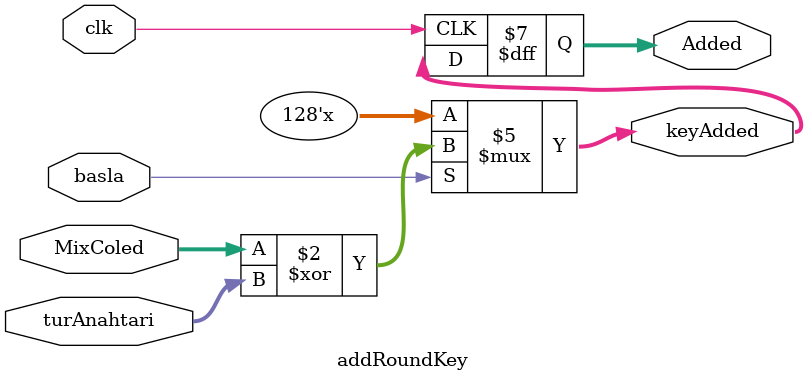
<source format=v>
`timescale 1ns / 1ps


module addRoundKey(
    input [127:0] MixColed, turAnahtari,
    input clk, basla,
    output reg [127:0] Added,
    output reg [127:0] keyAdded

    );
    
    always@* begin
        if(basla)
        keyAdded=MixColed^turAnahtari;
        //Sutun karistirma isleminin ciktisi ile KeySchedule modulunun ciktisi olan tur anahtari XOR islemine tabi tutulur.
    end
    
    always@ (posedge clk) begin
        Added <=keyAdded;
    end

endmodule

</source>
